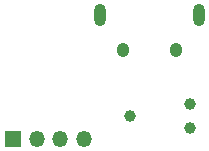
<source format=gbr>
%TF.GenerationSoftware,KiCad,Pcbnew,8.0.9*%
%TF.CreationDate,2025-03-20T13:35:36-07:00*%
%TF.ProjectId,bmbbmcp,626d6262-6d63-4702-9e6b-696361645f70,R1*%
%TF.SameCoordinates,Original*%
%TF.FileFunction,Soldermask,Bot*%
%TF.FilePolarity,Negative*%
%FSLAX46Y46*%
G04 Gerber Fmt 4.6, Leading zero omitted, Abs format (unit mm)*
G04 Created by KiCad (PCBNEW 8.0.9) date 2025-03-20 13:35:36*
%MOMM*%
%LPD*%
G01*
G04 APERTURE LIST*
%ADD10O,1.000000X1.900000*%
%ADD11O,1.050000X1.250000*%
%ADD12R,1.350000X1.350000*%
%ADD13O,1.350000X1.350000*%
%ADD14C,0.990600*%
G04 APERTURE END LIST*
D10*
%TO.C,J1*%
X175630000Y-87365000D03*
D11*
X173680000Y-90365000D03*
X169230000Y-90365000D03*
D10*
X167280000Y-87365000D03*
%TD*%
D12*
%TO.C,J3*%
X159915000Y-97915000D03*
D13*
X161915000Y-97915000D03*
X163915000Y-97915000D03*
X165915000Y-97915000D03*
%TD*%
D14*
%TO.C,J2*%
X169835000Y-95899000D03*
X174915000Y-94883000D03*
X174915000Y-96915000D03*
%TD*%
M02*

</source>
